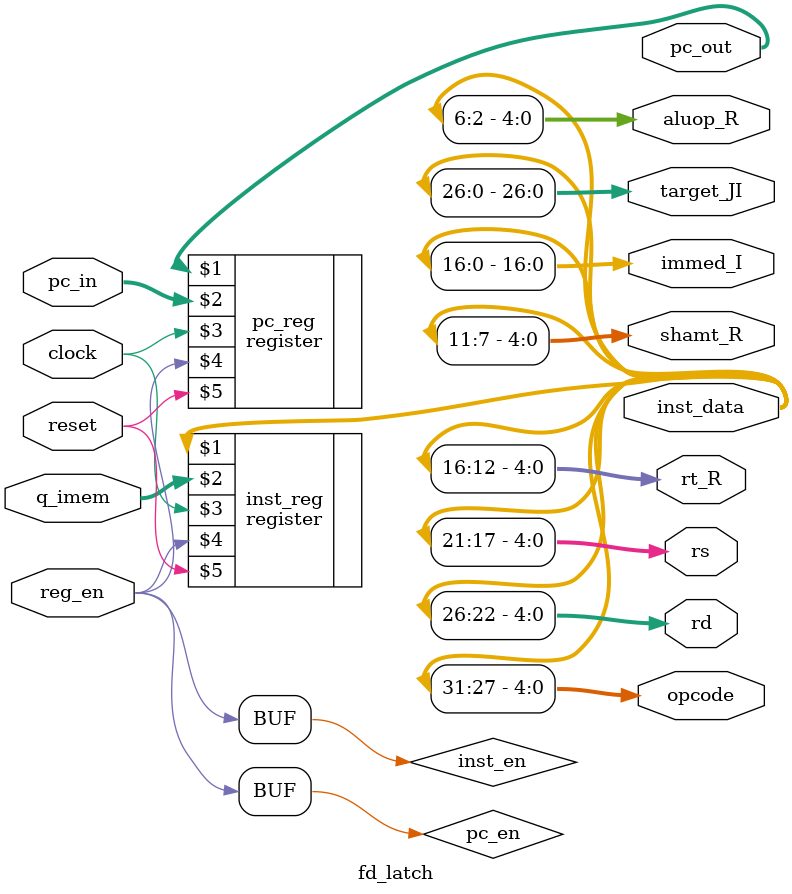
<source format=v>
module fd_latch(
	input clock, reset,
	input [31:0] q_imem, //the instruction data to be parsed from imem
	input [31:0] pc_in,
	input reg_en,
	
	output [31:0] inst_data, //data to be parsed
	output [4:0] opcode, rd, rs,
	output [4:0] rt_R, shamt_R, aluop_R,
	output [16:0] immed_I,
	output [26:0] target_JI,
	output [31:0] pc_out
);
	
	wire pc_en, inst_en;

	//put all the stuff from imem into a register and assign the output of that register to all the outputs
	//then those outputs will hold until the next clock cycle when the input of imem changes
	
	assign pc_en = reg_en;
	assign inst_en = reg_en;
	
	register pc_reg(pc_out, pc_in, clock, pc_en, reset);
	register inst_reg(inst_data, q_imem, clock, inst_en, reset);
	
	assign opcode = inst_data[31:27];
	assign rd = inst_data[26:22];
	assign rs = inst_data[21:17];
	assign rt_R = inst_data[16:12];
	assign shamt_R = inst_data[11:7];
	assign aluop_R = inst_data[6:2];
	assign immed_I = inst_data[16:0];
	assign target_JI = inst_data[26:0];
	
endmodule 
</source>
